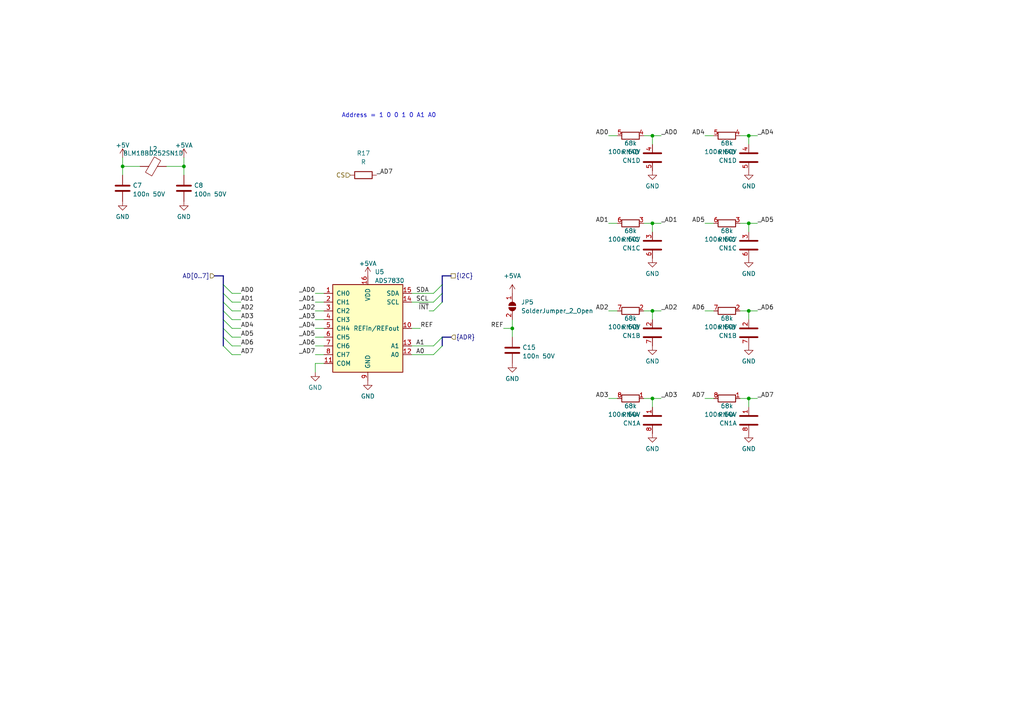
<source format=kicad_sch>
(kicad_sch (version 20230121) (generator eeschema)
  (paper "A4")
  (lib_symbols
    (symbol "Analog_DAC:ADS7830" (pin_names (offset 1.016))
      (property "Reference" "U" (at -10.16 13.716 0))
      (property "Value" "ADS7830" (at 1.778 13.716 0))
      (symbol "ADS7830_0_1"
        (rectangle (start -10.16 12.7) (end 10.16 -12.7) (stroke (width 0.254)) (fill (type background)))
      )
      (symbol "ADS7830_1_1"
        (pin input line (at -12.7 10.16 0) (length 2.54) (name "CH0") (number "1"))
        (pin bidirectional line (at 12.7 0 180) (length 2.54) (name "REFin/REFout") (number "10"))
        (pin input line (at -12.7 -10.16 0) (length 2.54) (name "COM") (number "11"))
        (pin input line (at 12.7 -7.62 180) (length 2.54) (name "A0") (number "12"))
        (pin input line (at 12.7 -5.08 180) (length 2.54) (name "A1") (number "13"))
        (pin input line (at 12.7 7.62 180) (length 2.54) (name "SCL") (number "14"))
        (pin bidirectional line (at 12.7 10.16 180) (length 2.54) (name "SDA") (number "15"))
        (pin power_in line (at 0 15.24 270) (length 2.54) (name "VDD") (number "16"))
        (pin input line (at -12.7 7.62 0) (length 2.54) (name "CH1") (number "2"))
        (pin input line (at -12.7 5.08 0) (length 2.54) (name "CH2") (number "3"))
        (pin input line (at -12.7 2.54 0) (length 2.54) (name "CH3") (number "4"))
        (pin input line (at -12.7 0 0) (length 2.54) (name "CH4") (number "5"))
        (pin input line (at -12.7 -2.54 0) (length 2.54) (name "CH5") (number "6"))
        (pin input line (at -12.7 -5.08 0) (length 2.54) (name "CH6") (number "7"))
        (pin input line (at -12.7 -7.62 0) (length 2.54) (name "CH7") (number "8"))
        (pin power_in line (at 0 -15.24 90) (length 2.54) (name "GND") (number "9"))
      )
    )
    (symbol "Device:C" (pin_numbers hide) (pin_names (offset 0.254))
      (property "Reference" "C" (at 0.635 2.54 0))
      (property "Value" "C" (at 0.635 -2.54 0))
      (symbol "C_0_1"
        (polyline (pts (xy -2.032 -0.762) (xy 2.032 -0.762)) (stroke (width 0.508)))
        (polyline (pts (xy -2.032 0.762) (xy 2.032 0.762)) (stroke (width 0.508)))
      )
      (symbol "C_1_1"
        (pin passive line (at 0 3.81 270) (length 2.794) (name "~") (number "1"))
        (pin passive line (at 0 -3.81 90) (length 2.794) (name "~") (number "2"))
      )
    )
    (symbol "Device:FerriteBead" (pin_numbers hide) (pin_names (offset 0))
      (property "Reference" "FB" (at -3.81 0.635 90))
      (property "Value" "FerriteBead" (at 3.81 0 90))
      (symbol "FerriteBead_0_1"
        (polyline (pts (xy 0 -1.27) (xy 0 -1.2192)))
        (polyline (pts (xy 0 1.27) (xy 0 1.2954)))
        (polyline (pts (xy -2.7686 0.4064) (xy -1.7018 2.2606) (xy 2.7686 -0.3048) (xy 1.6764 -2.159) (xy -2.7686 0.4064)))
      )
      (symbol "FerriteBead_1_1"
        (pin passive line (at 0 3.81 270) (length 2.54) (name "~") (number "1"))
        (pin passive line (at 0 -3.81 90) (length 2.54) (name "~") (number "2"))
      )
    )
    (symbol "Device:R" (pin_numbers hide) (pin_names (offset 0))
      (property "Reference" "R" (at 2.032 0 90))
      (property "Value" "R" (at 0 0 90))
      (symbol "R_0_1"
        (rectangle (start -1.016 -2.54) (end 1.016 2.54) (stroke (width 0.254)))
      )
      (symbol "R_1_1"
        (pin passive line (at 0 3.81 270) (length 1.27) (name "~") (number "1"))
        (pin passive line (at 0 -3.81 90) (length 1.27) (name "~") (number "2"))
      )
    )
    (symbol "Device:R_Pack04_Split" (pin_names (offset 0) hide)
      (property "Reference" "RN" (at 2.032 0 90))
      (property "Value" "R_Pack04_Split" (at 0 0 90))
      (symbol "R_Pack04_Split_0_1"
        (rectangle (start 1.016 2.54) (end -1.016 -2.54) (stroke (width 0.254)))
      )
      (symbol "R_Pack04_Split_1_1"
        (pin passive line (at 0 -3.81 90) (length 1.27) (name "R1.1") (number "1"))
        (pin passive line (at 0 3.81 270) (length 1.27) (name "R1.2") (number "8"))
      )
      (symbol "R_Pack04_Split_2_1"
        (pin passive line (at 0 -3.81 90) (length 1.27) (name "R2.1") (number "2"))
        (pin passive line (at 0 3.81 270) (length 1.27) (name "R2.2") (number "7"))
      )
      (symbol "R_Pack04_Split_3_1"
        (pin passive line (at 0 -3.81 90) (length 1.27) (name "R3.1") (number "3"))
        (pin passive line (at 0 3.81 270) (length 1.27) (name "R3.2") (number "6"))
      )
      (symbol "R_Pack04_Split_4_1"
        (pin passive line (at 0 -3.81 90) (length 1.27) (name "R4.1") (number "4"))
        (pin passive line (at 0 3.81 270) (length 1.27) (name "R4.2") (number "5"))
      )
    )
    (symbol "Jumper:SolderJumper_2_Open" (pin_names (offset 0) hide)
      (property "Reference" "JP" (at 0 2.032 0))
      (property "Value" "SolderJumper_2_Open" (at 0 -2.54 0))
      (symbol "SolderJumper_2_Open_0_1"
        (arc (start -0.254 1.016) (mid -1.2656 0) (end -0.254 -1.016))
        (arc (start -0.254 1.016) (mid -1.2656 0) (end -0.254 -1.016) (fill (type outline)))
        (polyline (pts (xy -0.254 1.016) (xy -0.254 -1.016)))
        (polyline (pts (xy 0.254 1.016) (xy 0.254 -1.016)))
        (arc (start 0.254 -1.016) (mid 1.2656 0) (end 0.254 1.016))
        (arc (start 0.254 -1.016) (mid 1.2656 0) (end 0.254 1.016) (fill (type outline)))
      )
      (symbol "SolderJumper_2_Open_1_1"
        (pin passive line (at -3.81 0 0) (length 2.54) (name "A") (number "1"))
        (pin passive line (at 3.81 0 180) (length 2.54) (name "B") (number "2"))
      )
    )
    (symbol "power:+5V" (power) (pin_names (offset 0))
      (property "Value" "+5V" (at 0 3.556 0))
      (symbol "+5V_0_1"
        (polyline (pts (xy -0.762 1.27) (xy 0 2.54)))
        (polyline (pts (xy 0 0) (xy 0 2.54)))
        (polyline (pts (xy 0 2.54) (xy 0.762 1.27)))
      )
      (symbol "+5V_1_1"
        (pin power_in line (at 0 0 90) (length 0) hide (name "+5V") (number "1"))
      )
    )
    (symbol "power:+5VA" (power) (pin_names (offset 0))
      (property "Value" "+5VA" (at 0 3.556 0))
      (symbol "+5VA_0_1"
        (polyline (pts (xy -0.762 1.27) (xy 0 2.54)))
        (polyline (pts (xy 0 0) (xy 0 2.54)))
        (polyline (pts (xy 0 2.54) (xy 0.762 1.27)))
      )
      (symbol "+5VA_1_1"
        (pin power_in line (at 0 0 90) (length 0) hide (name "+5VA") (number "1"))
      )
    )
    (symbol "power:GND" (power) (pin_names (offset 0))
      (property "Value" "GND" (at 0 -3.81 0))
      (symbol "GND_0_1"
        (polyline (pts (xy 0 0) (xy 0 -1.27) (xy 1.27 -1.27) (xy 0 -2.54) (xy -1.27 -1.27) (xy 0 -1.27)))
      )
      (symbol "GND_1_1"
        (pin power_in line (at 0 0 270) (length 0) hide (name "GND") (number "1"))
      )
    )
    (symbol "prj_lib:C_Pack04_Split" (pin_names (offset 0) hide)
      (property "Reference" "RN?" (at 1.778 0.8347 0))
      (property "Value" "C_Pack04_Split" (at 1.778 -1.7022 0))
      (symbol "C_Pack04_Split_0_1"
        (polyline (pts (xy -2.54 -1.27) (xy 2.54 -1.27)) (stroke (width 0.508)))
        (polyline (pts (xy -2.54 1.27) (xy 2.54 1.27)) (stroke (width 0.508)))
      )
      (symbol "C_Pack04_Split_1_1"
        (pin passive line (at 0 -3.81 90) (length 2.54) (name "R1.1") (number "1"))
        (pin passive line (at 0 3.81 270) (length 2.54) (name "R1.2") (number "8"))
      )
      (symbol "C_Pack04_Split_2_1"
        (pin passive line (at 0 -3.81 90) (length 2.54) (name "R2.1") (number "2"))
        (pin passive line (at 0 3.81 270) (length 2.54) (name "R2.2") (number "7"))
      )
      (symbol "C_Pack04_Split_3_1"
        (pin passive line (at 0 -3.81 90) (length 2.54) (name "R3.1") (number "3"))
        (pin passive line (at 0 3.81 270) (length 2.54) (name "R3.2") (number "6"))
      )
      (symbol "C_Pack04_Split_4_1"
        (pin passive line (at 0 -3.81 90) (length 2.54) (name "R4.1") (number "4"))
        (pin passive line (at 0 3.81 270) (length 2.54) (name "R4.2") (number "5"))
      )
    )
  )
  (junction (at 217.17 39.37))
  (junction (at 189.23 90.17))
  (junction (at 217.17 64.77))
  (junction (at 35.56 48.26))
  (junction (at 189.23 64.77))
  (junction (at 217.17 90.17))
  (junction (at 53.34 48.26))
  (junction (at 189.23 39.37))
  (junction (at 148.59 95.25))
  (junction (at 217.17 115.57))
  (junction (at 189.23 115.57))
  (bus_entry (at 128.27 82.55) (size -2.54 2.54))
  (bus_entry (at 128.27 100.33) (size -2.54 2.54))
  (bus_entry (at 128.27 85.09) (size -2.54 2.54))
  (bus_entry (at 67.31 102.87) (size -2.54 -2.54))
  (bus_entry (at 67.31 97.79) (size -2.54 -2.54))
  (bus_entry (at 67.31 95.25) (size -2.54 -2.54))
  (bus_entry (at 67.31 90.17) (size -2.54 -2.54))
  (bus_entry (at 67.31 87.63) (size -2.54 -2.54))
  (bus_entry (at 67.31 100.33) (size -2.54 -2.54))
  (bus_entry (at 128.27 97.79) (size -2.54 2.54))
  (bus_entry (at 67.31 85.09) (size -2.54 -2.54))
  (bus_entry (at 67.31 92.71) (size -2.54 -2.54))
  (bus_entry (at 125.73 90.17) (size 2.54 -2.54))
  (wire (pts (xy 69.85 92.71) (xy 67.31 92.71)))
  (wire (pts (xy 217.17 64.77) (xy 217.17 67.31)))
  (wire (pts (xy 214.63 39.37) (xy 217.17 39.37)))
  (bus (pts (xy 64.77 97.79) (xy 64.77 95.25)))
  (bus (pts (xy 128.27 100.33) (xy 128.27 97.79)))
  (wire (pts (xy 35.56 48.26) (xy 35.56 50.8)))
  (wire (pts (xy 91.44 97.79) (xy 93.98 97.79)))
  (wire (pts (xy 189.23 90.17) (xy 189.23 92.71)))
  (wire (pts (xy 91.44 92.71) (xy 93.98 92.71)))
  (bus (pts (xy 64.77 92.71) (xy 64.77 90.17)))
  (bus (pts (xy 64.77 80.01) (xy 62.23 80.01)))
  (wire (pts (xy 176.53 39.37) (xy 179.07 39.37)))
  (bus (pts (xy 130.81 80.01) (xy 128.27 80.01)))
  (wire (pts (xy 148.59 92.71) (xy 148.59 95.25)))
  (bus (pts (xy 128.27 85.09) (xy 128.27 87.63)))
  (wire (pts (xy 125.73 85.09) (xy 119.38 85.09)))
  (wire (pts (xy 189.23 39.37) (xy 189.23 41.91)))
  (wire (pts (xy 204.47 39.37) (xy 207.01 39.37)))
  (bus (pts (xy 64.77 85.09) (xy 64.77 82.55)))
  (wire (pts (xy 91.44 90.17) (xy 93.98 90.17)))
  (wire (pts (xy 217.17 39.37) (xy 217.17 41.91)))
  (wire (pts (xy 186.69 90.17) (xy 189.23 90.17)))
  (bus (pts (xy 130.81 97.79) (xy 128.27 97.79)))
  (wire (pts (xy 186.69 39.37) (xy 189.23 39.37)))
  (wire (pts (xy 204.47 115.57) (xy 207.01 115.57)))
  (wire (pts (xy 69.85 85.09) (xy 67.31 85.09)))
  (wire (pts (xy 91.44 87.63) (xy 93.98 87.63)))
  (wire (pts (xy 176.53 90.17) (xy 179.07 90.17)))
  (wire (pts (xy 69.85 100.33) (xy 67.31 100.33)))
  (wire (pts (xy 125.73 100.33) (xy 119.38 100.33)))
  (wire (pts (xy 148.59 95.25) (xy 148.59 97.79)))
  (bus (pts (xy 64.77 82.55) (xy 64.77 80.01)))
  (wire (pts (xy 91.44 105.41) (xy 91.44 107.95)))
  (wire (pts (xy 91.44 95.25) (xy 93.98 95.25)))
  (bus (pts (xy 64.77 87.63) (xy 64.77 85.09)))
  (wire (pts (xy 214.63 64.77) (xy 217.17 64.77)))
  (wire (pts (xy 214.63 115.57) (xy 217.17 115.57)))
  (wire (pts (xy 53.34 48.26) (xy 53.34 50.8)))
  (wire (pts (xy 189.23 90.17) (xy 191.77 90.17)))
  (wire (pts (xy 189.23 115.57) (xy 191.77 115.57)))
  (wire (pts (xy 189.23 64.77) (xy 189.23 67.31)))
  (bus (pts (xy 64.77 95.25) (xy 64.77 92.71)))
  (wire (pts (xy 176.53 64.77) (xy 179.07 64.77)))
  (wire (pts (xy 189.23 39.37) (xy 191.77 39.37)))
  (wire (pts (xy 146.05 95.25) (xy 148.59 95.25)))
  (wire (pts (xy 125.73 102.87) (xy 119.38 102.87)))
  (wire (pts (xy 189.23 115.57) (xy 189.23 118.11)))
  (wire (pts (xy 119.38 95.25) (xy 121.92 95.25)))
  (bus (pts (xy 128.27 82.55) (xy 128.27 85.09)))
  (wire (pts (xy 217.17 115.57) (xy 217.17 118.11)))
  (wire (pts (xy 53.34 45.72) (xy 53.34 48.26)))
  (wire (pts (xy 214.63 90.17) (xy 217.17 90.17)))
  (wire (pts (xy 69.85 95.25) (xy 67.31 95.25)))
  (wire (pts (xy 176.53 115.57) (xy 179.07 115.57)))
  (wire (pts (xy 217.17 90.17) (xy 217.17 92.71)))
  (wire (pts (xy 125.73 87.63) (xy 119.38 87.63)))
  (wire (pts (xy 91.44 100.33) (xy 93.98 100.33)))
  (wire (pts (xy 186.69 115.57) (xy 189.23 115.57)))
  (wire (pts (xy 217.17 115.57) (xy 219.71 115.57)))
  (wire (pts (xy 124.46 90.17) (xy 125.73 90.17)))
  (wire (pts (xy 48.26 48.26) (xy 53.34 48.26)))
  (wire (pts (xy 217.17 90.17) (xy 219.71 90.17)))
  (wire (pts (xy 69.85 102.87) (xy 67.31 102.87)))
  (wire (pts (xy 217.17 64.77) (xy 219.71 64.77)))
  (wire (pts (xy 35.56 48.26) (xy 40.64 48.26)))
  (wire (pts (xy 93.98 105.41) (xy 91.44 105.41)))
  (wire (pts (xy 217.17 39.37) (xy 219.71 39.37)))
  (bus (pts (xy 64.77 90.17) (xy 64.77 87.63)))
  (wire (pts (xy 91.44 102.87) (xy 93.98 102.87)))
  (wire (pts (xy 35.56 45.72) (xy 35.56 48.26)))
  (wire (pts (xy 91.44 85.09) (xy 93.98 85.09)))
  (bus (pts (xy 128.27 80.01) (xy 128.27 82.55)))
  (wire (pts (xy 204.47 64.77) (xy 207.01 64.77)))
  (wire (pts (xy 189.23 64.77) (xy 191.77 64.77)))
  (wire (pts (xy 204.47 90.17) (xy 207.01 90.17)))
  (wire (pts (xy 69.85 90.17) (xy 67.31 90.17)))
  (wire (pts (xy 69.85 97.79) (xy 67.31 97.79)))
  (wire (pts (xy 186.69 64.77) (xy 189.23 64.77)))
  (wire (pts (xy 69.85 87.63) (xy 67.31 87.63)))
  (bus (pts (xy 64.77 100.33) (xy 64.77 97.79)))
  (text "Address = 1 0 0 1 0 A1 A0" (at 99.06 34.29 0) (effects (font (size 1.27 1.27)) (justify left bottom)))
  (label "AD6" (at 204.47 90.17 180))
  (label "AD0" (at 69.85 85.09 0))
  (label "_AD4" (at 91.44 95.25 180))
  (label "AD0" (at 176.53 39.37 180))
  (label "_AD5" (at 219.71 64.77 0))
  (label "_AD1" (at 91.44 87.63 180))
  (label "_AD0" (at 91.44 85.09 180))
  (label "A1" (at 120.65 100.33 0))
  (label "SCL" (at 120.65 87.63 0))
  (label "_AD7" (at 219.71 115.57 0))
  (label "SDA" (at 120.65 85.09 0))
  (label "AD2" (at 176.53 90.17 180))
  (label "AD5" (at 69.85 97.79 0))
  (label "AD7" (at 69.85 102.87 0))
  (label "AD1" (at 176.53 64.77 180))
  (label "_AD7" (at 91.44 102.87 180))
  (label "A0" (at 120.65 102.87 0))
  (label "REF" (at 121.92 95.25 0))
  (label "AD4" (at 204.47 39.37 180))
  (label "REF" (at 146.05 95.25 180))
  (label "AD2" (at 69.85 90.17 0))
  (label "_AD0" (at 191.77 39.37 0))
  (label "AD3" (at 69.85 92.71 0))
  (label "AD3" (at 176.53 115.57 180))
  (label "~{INT}" (at 124.46 90.17 180))
  (label "_AD6" (at 219.71 90.17 0))
  (label "_AD3" (at 191.77 115.57 0))
  (label "AD5" (at 204.47 64.77 180))
  (label "_AD5" (at 91.44 97.79 180))
  (label "_AD6" (at 91.44 100.33 180))
  (label "_AD2" (at 191.77 90.17 0))
  (label "AD7" (at 204.47 115.57 180))
  (label "_AD2" (at 91.44 90.17 180))
  (label "AD6" (at 69.85 100.33 0))
  (label "_AD3" (at 91.44 92.71 180))
  (label "_AD7" (at 109.22 50.8 0))
  (label "_AD1" (at 191.77 64.77 0))
  (label "AD1" (at 69.85 87.63 0))
  (label "AD4" (at 69.85 95.25 0))
  (label "_AD4" (at 219.71 39.37 0))
  (hierarchical_label "CS" (shape input) (at 101.6 50.8 180))
  (hierarchical_label "{ADR}" (shape input) (at 130.81 97.79 0))
  (hierarchical_label "AD[0..7]" (shape input) (at 62.23 80.01 180))
  (hierarchical_label "{I2C}" (shape passive) (at 130.81 80.01 0))
  (symbol (lib_id "prj_lib:C_Pack04_Split") (at 217.17 45.72 180) (unit 4)
    (property "Reference" "CN1" (at 213.741 46.5547 0) (effects (justify left)))
    (property "Value" "100n 50V" (at 213.741 44.0178 0) (effects (justify left)))
    (property "Footprint" "Resistor_SMD:R_Array_Convex_4x0603" (effects hide))
    (property "LCSC Part #" "C541605" (effects hide))
    (property "Total quantity" "10" (effects hide))
    (instances (project "myWindow" (path "" (reference "CN1") (unit 4))) (project "corridor_distribution" (path "" (reference "CN2") (unit 4))))
  )
  (symbol (lib_id "Device:FerriteBead") (at 44.45 48.26 90) (unit 1)
    (property "Reference" "L2" (at 44.45 43.18 90))
    (property "Value" "BLM18BD252SN1D" (at 44.45 44.45 90))
    (property "Footprint" "Inductor_SMD:L_0603_1608Metric" (effects hide))
    (property "LCSC Part #" "C77668" (effects hide))
    (property "Total quantity" "5" (effects hide))
  )
  (symbol (lib_id "power:GND") (at 189.23 74.93 0) (mirror y) (unit 1)
    (property "Reference" "#PWR019" (effects hide))
    (property "Value" "GND" (at 189.23 79.3734 0))
  )
  (symbol (lib_id "Device:R_Pack04_Split") (at 182.88 115.57 90) (mirror x) (unit 1)
    (property "Reference" "RN4" (at 182.88 120.2858 90))
    (property "Value" "68k" (at 182.88 117.7489 90))
    (property "Footprint" "Resistor_SMD:R_Array_Convex_4x0603" (effects hide))
    (property "LCSC Part #" "C728919" (effects hide))
    (property "Total quantity" "10" (effects hide))
    (instances (project "myWindow" (path "" (reference "RN4") (unit 1))) (project "corridor_distribution" (path "" (reference "RN5") (unit 1))))
  )
  (symbol (lib_id "prj_lib:C_Pack04_Split") (at 217.17 96.52 180) (unit 2)
    (property "Reference" "CN1" (at 213.741 97.3547 0) (effects (justify left)))
    (property "Value" "100n 50V" (at 213.741 94.8178 0) (effects (justify left)))
    (property "Footprint" "Resistor_SMD:R_Array_Convex_4x0603" (effects hide))
    (property "LCSC Part #" "C541605" (effects hide))
    (property "Total quantity" "10" (effects hide))
    (instances (project "myWindow" (path "" (reference "CN1") (unit 2))) (project "corridor_distribution" (path "" (reference "CN2") (unit 2))))
  )
  (symbol (lib_id "power:GND") (at 35.56 58.42 0) (unit 1)
    (property "Reference" "#PWR0151" (effects hide))
    (property "Value" "GND" (at 35.56 62.8634 0))
  )
  (symbol (lib_id "power:GND") (at 91.44 107.95 0) (unit 1)
    (property "Reference" "#PWR068" (effects hide))
    (property "Value" "GND" (at 91.44 112.3934 0))
  )
  (symbol (lib_id "power:+5VA") (at 148.59 85.09 0) (unit 1)
    (property "Reference" "#PWR077" (effects hide))
    (property "Value" "+5VA" (at 148.59 80.01 0))
  )
  (symbol (lib_id "power:GND") (at 189.23 125.73 0) (mirror y) (unit 1)
    (property "Reference" "#PWR024" (effects hide))
    (property "Value" "GND" (at 189.23 130.1734 0))
  )
  (symbol (lib_id "Device:C") (at 53.34 54.61 0) (unit 1)
    (property "Reference" "C8" (at 56.261 53.7753 0) (effects (justify left)))
    (property "Value" "100n 50V" (at 56.261 56.3122 0) (effects (justify left)))
    (property "Footprint" "Capacitor_SMD:C_0603_1608Metric" (effects hide))
    (property "LCSC Part #" "C14663" (effects hide))
    (property "Total quantity" "30" (effects hide))
  )
  (symbol (lib_id "power:GND") (at 217.17 74.93 0) (mirror y) (unit 1)
    (property "Reference" "#PWR026" (effects hide))
    (property "Value" "GND" (at 217.17 79.3734 0))
  )
  (symbol (lib_id "power:GND") (at 189.23 49.53 0) (mirror y) (unit 1)
    (property "Reference" "#PWR015" (effects hide))
    (property "Value" "GND" (at 189.23 53.9734 0))
  )
  (symbol (lib_id "Device:R") (at 105.41 50.8 90) (unit 1)
    (property "Reference" "R17" (at 105.41 44.45 90))
    (property "Value" "R" (at 105.41 46.99 90))
    (property "Footprint" "Resistor_SMD:R_0603_1608Metric_Pad0.98x0.95mm_HandSolder" (effects hide))
  )
  (symbol (lib_id "Device:R_Pack04_Split") (at 210.82 90.17 90) (mirror x) (unit 2)
    (property "Reference" "RN4" (at 210.82 94.8858 90))
    (property "Value" "68k" (at 210.82 92.3489 90))
    (property "Footprint" "Resistor_SMD:R_Array_Convex_4x0603" (effects hide))
    (property "LCSC Part #" "C728919" (effects hide))
    (property "Total quantity" "10" (effects hide))
    (instances (project "myWindow" (path "" (reference "RN4") (unit 2))) (project "corridor_distribution" (path "" (reference "RN6") (unit 2))))
  )
  (symbol (lib_id "power:GND") (at 53.34 58.42 0) (unit 1)
    (property "Reference" "#PWR0152" (effects hide))
    (property "Value" "GND" (at 53.34 62.8634 0))
  )
  (symbol (lib_id "Device:R_Pack04_Split") (at 182.88 64.77 90) (mirror x) (unit 3)
    (property "Reference" "RN4" (at 182.88 69.4858 90))
    (property "Value" "68k" (at 182.88 66.9489 90))
    (property "Footprint" "Resistor_SMD:R_Array_Convex_4x0603" (effects hide))
    (property "LCSC Part #" "C728919" (effects hide))
    (property "Total quantity" "10" (effects hide))
    (instances (project "myWindow" (path "" (reference "RN4") (unit 3))) (project "corridor_distribution" (path "" (reference "RN5") (unit 3))))
  )
  (symbol (lib_id "Analog_DAC:ADS7830") (at 106.68 95.25 0) (unit 1)
    (property "Reference" "U5" (at 108.6994 78.8502 0) (effects (justify left)))
    (property "Value" "ADS7830" (at 108.6994 81.3871 0) (effects (justify left)))
    (property "Footprint" "Package_SO:TSSOP-16_4.4x5mm_P0.65mm" (effects hide))
    (property "Datasheet" "http://www.ti.com/lit/ds/symlink/ads7830.pdf" (effects hide))
    (property "LCSC Part #" "C161747" (effects hide))
    (property "Total quantity" "5" (effects hide))
  )
  (symbol (lib_id "power:+5VA") (at 53.34 45.72 0) (unit 1)
    (property "Reference" "#PWR09" (effects hide))
    (property "Value" "+5VA" (at 53.34 42.1442 0))
  )
  (symbol (lib_id "prj_lib:C_Pack04_Split") (at 217.17 121.92 180) (unit 1)
    (property "Reference" "CN1" (at 213.741 122.7547 0) (effects (justify left)))
    (property "Value" "100n 50V" (at 213.741 120.2178 0) (effects (justify left)))
    (property "Footprint" "Resistor_SMD:R_Array_Convex_4x0603" (effects hide))
    (property "LCSC Part #" "C541605" (effects hide))
    (property "Total quantity" "10" (effects hide))
    (instances (project "myWindow" (path "" (reference "CN1") (unit 1))) (project "corridor_distribution" (path "" (reference "CN2") (unit 1))))
  )
  (symbol (lib_id "Device:R_Pack04_Split") (at 182.88 90.17 90) (mirror x) (unit 2)
    (property "Reference" "RN4" (at 182.88 94.8858 90))
    (property "Value" "68k" (at 182.88 92.3489 90))
    (property "Footprint" "Resistor_SMD:R_Array_Convex_4x0603" (effects hide))
    (property "LCSC Part #" "C728919" (effects hide))
    (property "Total quantity" "10" (effects hide))
    (instances (project "myWindow" (path "" (reference "RN4") (unit 2))) (project "corridor_distribution" (path "" (reference "RN5") (unit 2))))
  )
  (symbol (lib_id "Device:C") (at 35.56 54.61 0) (unit 1)
    (property "Reference" "C7" (at 38.481 53.7753 0) (effects (justify left)))
    (property "Value" "100n 50V" (at 38.481 56.3122 0) (effects (justify left)))
    (property "Footprint" "Capacitor_SMD:C_0603_1608Metric" (effects hide))
    (property "LCSC Part #" "C14663" (effects hide))
    (property "Total quantity" "30" (effects hide))
  )
  (symbol (lib_id "power:GND") (at 106.68 110.49 0) (unit 1)
    (property "Reference" "#PWR0147" (effects hide))
    (property "Value" "GND" (at 106.68 114.9334 0))
  )
  (symbol (lib_id "Device:R_Pack04_Split") (at 182.88 39.37 90) (mirror x) (unit 4)
    (property "Reference" "RN4" (at 182.88 44.0858 90))
    (property "Value" "68k" (at 182.88 41.5489 90))
    (property "Footprint" "Resistor_SMD:R_Array_Convex_4x0603" (effects hide))
    (property "LCSC Part #" "C728919" (effects hide))
    (property "Total quantity" "10" (effects hide))
    (instances (project "myWindow" (path "" (reference "RN4") (unit 4))) (project "corridor_distribution" (path "" (reference "RN5") (unit 4))))
  )
  (symbol (lib_id "power:GND") (at 189.23 100.33 0) (mirror y) (unit 1)
    (property "Reference" "#PWR023" (effects hide))
    (property "Value" "GND" (at 189.23 104.7734 0))
  )
  (symbol (lib_id "Jumper:SolderJumper_2_Open") (at 148.59 88.9 270) (unit 1)
    (property "Reference" "JP5" (at 151.13 87.63 90) (effects (justify left)))
    (property "Value" "SolderJumper_2_Open" (at 151.13 90.17 90) (effects (justify left)))
    (property "Footprint" "Jumper:SolderJumper-2_P1.3mm_Open_RoundedPad1.0x1.5mm" (effects hide))
    (instances (project "corridor_distribution" (path "" (reference "JP5") (unit 1)) (path "" (reference "JP6") (unit 1))))
  )
  (symbol (lib_id "power:+5VA") (at 106.68 80.01 0) (unit 1)
    (property "Reference" "#PWR0148" (effects hide))
    (property "Value" "+5VA" (at 106.68 76.4342 0))
  )
  (symbol (lib_id "Device:R_Pack04_Split") (at 210.82 39.37 90) (mirror x) (unit 4)
    (property "Reference" "RN4" (at 210.82 44.0858 90))
    (property "Value" "68k" (at 210.82 41.5489 90))
    (property "Footprint" "Resistor_SMD:R_Array_Convex_4x0603" (effects hide))
    (property "LCSC Part #" "C728919" (effects hide))
    (property "Total quantity" "10" (effects hide))
    (instances (project "myWindow" (path "" (reference "RN4") (unit 4))) (project "corridor_distribution" (path "" (reference "RN6") (unit 4))))
  )
  (symbol (lib_id "prj_lib:C_Pack04_Split") (at 217.17 71.12 180) (unit 3)
    (property "Reference" "CN1" (at 213.741 71.9547 0) (effects (justify left)))
    (property "Value" "100n 50V" (at 213.741 69.4178 0) (effects (justify left)))
    (property "Footprint" "Resistor_SMD:R_Array_Convex_4x0603" (effects hide))
    (property "LCSC Part #" "C541605" (effects hide))
    (property "Total quantity" "10" (effects hide))
    (instances (project "myWindow" (path "" (reference "CN1") (unit 3))) (project "corridor_distribution" (path "" (reference "CN2") (unit 3))))
  )
  (symbol (lib_id "power:GND") (at 217.17 49.53 0) (mirror y) (unit 1)
    (property "Reference" "#PWR030" (effects hide))
    (property "Value" "GND" (at 217.17 53.9734 0))
  )
  (symbol (lib_id "prj_lib:C_Pack04_Split") (at 189.23 121.92 180) (unit 1)
    (property "Reference" "CN1" (at 185.801 122.7547 0) (effects (justify left)))
    (property "Value" "100n 50V" (at 185.801 120.2178 0) (effects (justify left)))
    (property "Footprint" "Resistor_SMD:R_Array_Convex_4x0603" (effects hide))
    (property "LCSC Part #" "C541605" (effects hide))
    (property "Total quantity" "10" (effects hide))
  )
  (symbol (lib_id "power:GND") (at 217.17 100.33 0) (mirror y) (unit 1)
    (property "Reference" "#PWR027" (effects hide))
    (property "Value" "GND" (at 217.17 104.7734 0))
  )
  (symbol (lib_id "prj_lib:C_Pack04_Split") (at 189.23 45.72 180) (unit 4)
    (property "Reference" "CN1" (at 185.801 46.5547 0) (effects (justify left)))
    (property "Value" "100n 50V" (at 185.801 44.0178 0) (effects (justify left)))
    (property "Footprint" "Resistor_SMD:R_Array_Convex_4x0603" (effects hide))
    (property "LCSC Part #" "C541605" (effects hide))
    (property "Total quantity" "10" (effects hide))
  )
  (symbol (lib_id "power:GND") (at 148.59 105.41 0) (unit 1)
    (property "Reference" "#PWR076" (effects hide))
    (property "Value" "GND" (at 148.59 109.8534 0))
  )
  (symbol (lib_id "Device:R_Pack04_Split") (at 210.82 64.77 90) (mirror x) (unit 3)
    (property "Reference" "RN4" (at 210.82 69.4858 90))
    (property "Value" "68k" (at 210.82 66.9489 90))
    (property "Footprint" "Resistor_SMD:R_Array_Convex_4x0603" (effects hide))
    (property "LCSC Part #" "C728919" (effects hide))
    (property "Total quantity" "10" (effects hide))
    (instances (project "myWindow" (path "" (reference "RN4") (unit 3))) (project "corridor_distribution" (path "" (reference "RN6") (unit 3))))
  )
  (symbol (lib_id "prj_lib:C_Pack04_Split") (at 189.23 71.12 180) (unit 3)
    (property "Reference" "CN1" (at 185.801 71.9547 0) (effects (justify left)))
    (property "Value" "100n 50V" (at 185.801 69.4178 0) (effects (justify left)))
    (property "Footprint" "Resistor_SMD:R_Array_Convex_4x0603" (effects hide))
    (property "LCSC Part #" "C541605" (effects hide))
    (property "Total quantity" "10" (effects hide))
  )
  (symbol (lib_id "power:GND") (at 217.17 125.73 0) (mirror y) (unit 1)
    (property "Reference" "#PWR029" (effects hide))
    (property "Value" "GND" (at 217.17 130.1734 0))
  )
  (symbol (lib_id "Device:R_Pack04_Split") (at 210.82 115.57 90) (mirror x) (unit 1)
    (property "Reference" "RN4" (at 210.82 120.2858 90))
    (property "Value" "68k" (at 210.82 117.7489 90))
    (property "Footprint" "Resistor_SMD:R_Array_Convex_4x0603" (effects hide))
    (property "LCSC Part #" "C728919" (effects hide))
    (property "Total quantity" "10" (effects hide))
    (instances (project "myWindow" (path "" (reference "RN4") (unit 1))) (project "corridor_distribution" (path "" (reference "RN6") (unit 1))))
  )
  (symbol (lib_id "power:+5V") (at 35.56 45.72 0) (unit 1)
    (property "Reference" "#PWR0149" (effects hide))
    (property "Value" "+5V" (at 35.56 42.1442 0))
  )
  (symbol (lib_id "prj_lib:C_Pack04_Split") (at 189.23 96.52 180) (unit 2)
    (property "Reference" "CN1" (at 185.801 97.3547 0) (effects (justify left)))
    (property "Value" "100n 50V" (at 185.801 94.8178 0) (effects (justify left)))
    (property "Footprint" "Resistor_SMD:R_Array_Convex_4x0603" (effects hide))
    (property "LCSC Part #" "C541605" (effects hide))
    (property "Total quantity" "10" (effects hide))
  )
  (symbol (lib_id "Device:C") (at 148.59 101.6 0) (unit 1)
    (property "Reference" "C15" (at 151.511 100.7653 0) (effects (justify left)))
    (property "Value" "100n 50V" (at 151.511 103.3022 0) (effects (justify left)))
    (property "Footprint" "Capacitor_SMD:C_0603_1608Metric" (effects hide))
    (property "LCSC Part #" "C14663" (effects hide))
    (property "Total quantity" "30" (effects hide))
  )
)
</source>
